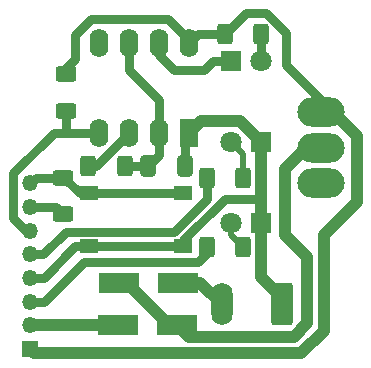
<source format=gbr>
%TF.GenerationSoftware,KiCad,Pcbnew,6.0.10-86aedd382b~118~ubuntu22.10.1*%
%TF.CreationDate,2023-01-05T18:01:41+01:00*%
%TF.ProjectId,fallschirmsystem_bedienfeld,66616c6c-7363-4686-9972-6d7379737465,rev?*%
%TF.SameCoordinates,Original*%
%TF.FileFunction,Copper,L2,Bot*%
%TF.FilePolarity,Positive*%
%FSLAX46Y46*%
G04 Gerber Fmt 4.6, Leading zero omitted, Abs format (unit mm)*
G04 Created by KiCad (PCBNEW 6.0.10-86aedd382b~118~ubuntu22.10.1) date 2023-01-05 18:01:41*
%MOMM*%
%LPD*%
G01*
G04 APERTURE LIST*
G04 Aperture macros list*
%AMRoundRect*
0 Rectangle with rounded corners*
0 $1 Rounding radius*
0 $2 $3 $4 $5 $6 $7 $8 $9 X,Y pos of 4 corners*
0 Add a 4 corners polygon primitive as box body*
4,1,4,$2,$3,$4,$5,$6,$7,$8,$9,$2,$3,0*
0 Add four circle primitives for the rounded corners*
1,1,$1+$1,$2,$3*
1,1,$1+$1,$4,$5*
1,1,$1+$1,$6,$7*
1,1,$1+$1,$8,$9*
0 Add four rect primitives between the rounded corners*
20,1,$1+$1,$2,$3,$4,$5,0*
20,1,$1+$1,$4,$5,$6,$7,0*
20,1,$1+$1,$6,$7,$8,$9,0*
20,1,$1+$1,$8,$9,$2,$3,0*%
G04 Aperture macros list end*
%TA.AperFunction,SMDPad,CuDef*%
%ADD10RoundRect,0.250000X-0.412500X-0.650000X0.412500X-0.650000X0.412500X0.650000X-0.412500X0.650000X0*%
%TD*%
%TA.AperFunction,SMDPad,CuDef*%
%ADD11R,1.550000X1.300000*%
%TD*%
%TA.AperFunction,ComponentPad*%
%ADD12R,1.350000X1.350000*%
%TD*%
%TA.AperFunction,ComponentPad*%
%ADD13O,1.350000X1.350000*%
%TD*%
%TA.AperFunction,SMDPad,CuDef*%
%ADD14RoundRect,0.250000X0.625000X-0.400000X0.625000X0.400000X-0.625000X0.400000X-0.625000X-0.400000X0*%
%TD*%
%TA.AperFunction,SMDPad,CuDef*%
%ADD15RoundRect,0.250000X-0.400000X-0.625000X0.400000X-0.625000X0.400000X0.625000X-0.400000X0.625000X0*%
%TD*%
%TA.AperFunction,SMDPad,CuDef*%
%ADD16RoundRect,0.250000X-0.625000X0.400000X-0.625000X-0.400000X0.625000X-0.400000X0.625000X0.400000X0*%
%TD*%
%TA.AperFunction,ComponentPad*%
%ADD17R,1.800000X1.800000*%
%TD*%
%TA.AperFunction,ComponentPad*%
%ADD18C,1.800000*%
%TD*%
%TA.AperFunction,ComponentPad*%
%ADD19O,4.000000X2.500000*%
%TD*%
%TA.AperFunction,ComponentPad*%
%ADD20RoundRect,0.250000X0.650000X1.550000X-0.650000X1.550000X-0.650000X-1.550000X0.650000X-1.550000X0*%
%TD*%
%TA.AperFunction,ComponentPad*%
%ADD21O,1.800000X3.600000*%
%TD*%
%TA.AperFunction,SMDPad,CuDef*%
%ADD22R,3.500000X1.800000*%
%TD*%
%TA.AperFunction,ComponentPad*%
%ADD23R,1.600000X2.400000*%
%TD*%
%TA.AperFunction,ComponentPad*%
%ADD24O,1.600000X2.400000*%
%TD*%
%TA.AperFunction,Conductor*%
%ADD25C,1.000000*%
%TD*%
%TA.AperFunction,Conductor*%
%ADD26C,0.750000*%
%TD*%
%TA.AperFunction,Conductor*%
%ADD27C,0.500000*%
%TD*%
G04 APERTURE END LIST*
D10*
%TO.P,C1,1*%
%TO.N,Net-(C1-Pad1)*%
X175856500Y-82296000D03*
%TO.P,C1,2*%
%TO.N,GND*%
X178981500Y-82296000D03*
%TD*%
D11*
%TO.P,SW2,2,2*%
%TO.N,Net-(J2-Pad8)*%
X178854000Y-84618000D03*
X170904000Y-84618000D03*
%TO.P,SW2,1,1*%
%TO.N,GND*%
X170904000Y-89118000D03*
X178854000Y-89118000D03*
%TD*%
D12*
%TO.P,J2,1,Pin_1*%
%TO.N,+12V*%
X165862000Y-97790000D03*
D13*
%TO.P,J2,2,Pin_2*%
%TO.N,/Batt+*%
X165862000Y-95790000D03*
%TO.P,J2,3,Pin_3*%
%TO.N,/Network_LED*%
X165862000Y-93790000D03*
%TO.P,J2,4,Pin_4*%
%TO.N,GND*%
X165862000Y-91790000D03*
%TO.P,J2,5,Pin_5*%
%TO.N,/GPS_LED*%
X165862000Y-89790000D03*
%TO.P,J2,6,Pin_6*%
%TO.N,/Boot_LED*%
X165862000Y-87790000D03*
%TO.P,J2,7,Pin_7*%
%TO.N,Net-(J2-Pad7)*%
X165862000Y-85790000D03*
%TO.P,J2,8,Pin_8*%
%TO.N,Net-(J2-Pad8)*%
X165862000Y-83790000D03*
%TD*%
D14*
%TO.P,R6,1*%
%TO.N,Net-(J2-Pad7)*%
X168656000Y-86386000D03*
%TO.P,R6,2*%
%TO.N,Net-(J2-Pad8)*%
X168656000Y-83286000D03*
%TD*%
D15*
%TO.P,R5,2*%
%TO.N,Net-(D5-Pad2)*%
X183922000Y-89154000D03*
%TO.P,R5,1*%
%TO.N,/Network_LED*%
X180822000Y-89154000D03*
%TD*%
%TO.P,R4,1*%
%TO.N,/GPS_LED*%
X180822000Y-83312000D03*
%TO.P,R4,2*%
%TO.N,Net-(D4-Pad2)*%
X183922000Y-83312000D03*
%TD*%
%TO.P,R3,1*%
%TO.N,+12V*%
X182346000Y-71120000D03*
%TO.P,R3,2*%
%TO.N,Net-(D3-Pad2)*%
X185446000Y-71120000D03*
%TD*%
%TO.P,R2,1*%
%TO.N,Net-(R2-Pad1)*%
X170789000Y-82296000D03*
%TO.P,R2,2*%
%TO.N,Net-(C1-Pad1)*%
X173889000Y-82296000D03*
%TD*%
D16*
%TO.P,R1,2*%
%TO.N,/Boot_LED*%
X168910000Y-77623000D03*
%TO.P,R1,1*%
%TO.N,+12V*%
X168910000Y-74523000D03*
%TD*%
D17*
%TO.P,D5,1,K*%
%TO.N,GND*%
X185420000Y-87122000D03*
D18*
%TO.P,D5,2,A*%
%TO.N,Net-(D5-Pad2)*%
X182880000Y-87122000D03*
%TD*%
%TO.P,D4,2,A*%
%TO.N,Net-(D4-Pad2)*%
X182880000Y-80264000D03*
D17*
%TO.P,D4,1,K*%
%TO.N,GND*%
X185420000Y-80264000D03*
%TD*%
%TO.P,D3,1,K*%
%TO.N,/DIS*%
X182880000Y-73406000D03*
D18*
%TO.P,D3,2,A*%
%TO.N,Net-(D3-Pad2)*%
X185420000Y-73406000D03*
%TD*%
D19*
%TO.P,SW1,1,A*%
%TO.N,unconnected-(SW1-Pad1)*%
X190500000Y-83772000D03*
%TO.P,SW1,2,B*%
%TO.N,Net-(D1-Pad1)*%
X190500000Y-80772000D03*
%TO.P,SW1,3,C*%
%TO.N,+12V*%
X190500000Y-77772000D03*
%TD*%
D20*
%TO.P,J1,1,Pin_1*%
%TO.N,GND*%
X187180500Y-93999500D03*
D21*
%TO.P,J1,2,Pin_2*%
%TO.N,Net-(D1-Pad2)*%
X182100500Y-93999500D03*
%TD*%
D22*
%TO.P,D2,1,K*%
%TO.N,Net-(D1-Pad1)*%
X178355000Y-95758000D03*
%TO.P,D2,2,A*%
%TO.N,/Batt+*%
X173355000Y-95758000D03*
%TD*%
D23*
%TO.P,U1,1,GND*%
%TO.N,GND*%
X179324000Y-79502000D03*
D24*
%TO.P,U1,2,TR*%
%TO.N,Net-(C1-Pad1)*%
X176784000Y-79502000D03*
%TO.P,U1,3,Q*%
%TO.N,Net-(R2-Pad1)*%
X174244000Y-79502000D03*
%TO.P,U1,4,R*%
%TO.N,/Boot_LED*%
X171704000Y-79502000D03*
%TO.P,U1,5,CV*%
%TO.N,unconnected-(U1-Pad5)*%
X171704000Y-71882000D03*
%TO.P,U1,6,THR*%
%TO.N,Net-(C1-Pad1)*%
X174244000Y-71882000D03*
%TO.P,U1,7,DIS*%
%TO.N,/DIS*%
X176784000Y-71882000D03*
%TO.P,U1,8,VCC*%
%TO.N,+12V*%
X179324000Y-71882000D03*
%TD*%
D22*
%TO.P,D1,1,K*%
%TO.N,Net-(D1-Pad1)*%
X173395000Y-92202000D03*
%TO.P,D1,2,A*%
%TO.N,Net-(D1-Pad2)*%
X178395000Y-92202000D03*
%TD*%
D25*
%TO.N,+12V*%
X190500000Y-77772000D02*
X191564000Y-77772000D01*
X190754000Y-96266000D02*
X188849000Y-98171000D01*
X188849000Y-98171000D02*
X166243000Y-98171000D01*
X191564000Y-77772000D02*
X193548000Y-79756000D01*
X193548000Y-79756000D02*
X193548000Y-85344000D01*
X190754000Y-88138000D02*
X190754000Y-96266000D01*
X193548000Y-85344000D02*
X190754000Y-88138000D01*
X166243000Y-98171000D02*
X165862000Y-97790000D01*
%TO.N,Net-(D1-Pad1)*%
X178355000Y-95758000D02*
X179371000Y-96774000D01*
X188214000Y-96774000D02*
X189357000Y-95631000D01*
X179371000Y-96774000D02*
X188214000Y-96774000D01*
X189357000Y-95631000D02*
X189357000Y-90043000D01*
X189357000Y-90043000D02*
X187452000Y-88138000D01*
X187452000Y-88138000D02*
X187452000Y-82550000D01*
X187452000Y-82550000D02*
X189230000Y-80772000D01*
X189230000Y-80772000D02*
X190500000Y-80772000D01*
D26*
%TO.N,+12V*%
X168910000Y-74523000D02*
X168910000Y-74041000D01*
X168910000Y-74041000D02*
X169672000Y-73279000D01*
X169672000Y-73279000D02*
X169672000Y-71247000D01*
X169672000Y-71247000D02*
X171069000Y-69850000D01*
X171069000Y-69850000D02*
X177546000Y-69850000D01*
X177546000Y-69850000D02*
X179324000Y-71628000D01*
X179324000Y-71628000D02*
X179324000Y-71882000D01*
%TO.N,/Boot_LED*%
X168910000Y-79248000D02*
X168910000Y-77623000D01*
X169164000Y-79502000D02*
X168910000Y-79248000D01*
%TO.N,+12V*%
X182346000Y-71120000D02*
X184124000Y-69342000D01*
X184124000Y-69342000D02*
X185859726Y-69342000D01*
X185859726Y-69342000D02*
X187579000Y-71061274D01*
X187579000Y-73787000D02*
X190500000Y-76708000D01*
X187579000Y-71061274D02*
X187579000Y-73787000D01*
X190500000Y-76708000D02*
X190500000Y-77772000D01*
%TO.N,Net-(J2-Pad8)*%
X168656000Y-83286000D02*
X168757000Y-83286000D01*
X168757000Y-83286000D02*
X170089000Y-84618000D01*
X170089000Y-84618000D02*
X170904000Y-84618000D01*
%TO.N,Net-(D3-Pad2)*%
X185420000Y-73406000D02*
X185420000Y-71146000D01*
D25*
%TO.N,Net-(D1-Pad1)*%
X173395000Y-92202000D02*
X174117000Y-92202000D01*
X174117000Y-92202000D02*
X177673000Y-95758000D01*
X177673000Y-95758000D02*
X178355000Y-95758000D01*
D26*
%TO.N,Net-(J2-Pad7)*%
X165862000Y-85790000D02*
X168060000Y-85790000D01*
X168060000Y-85790000D02*
X168656000Y-86386000D01*
%TO.N,Net-(J2-Pad8)*%
X165862000Y-83790000D02*
X166340000Y-83312000D01*
X166340000Y-83312000D02*
X168630000Y-83312000D01*
X168630000Y-83312000D02*
X168656000Y-83286000D01*
%TO.N,GND*%
X169708000Y-89118000D02*
X170904000Y-89118000D01*
X167036000Y-91790000D02*
X169708000Y-89118000D01*
X165862000Y-91790000D02*
X167036000Y-91790000D01*
%TO.N,Net-(J2-Pad8)*%
X170904000Y-84618000D02*
X178854000Y-84618000D01*
%TO.N,GND*%
X178854000Y-89118000D02*
X178854000Y-88608000D01*
X170904000Y-89118000D02*
X178854000Y-89118000D01*
X182372000Y-85090000D02*
X185420000Y-85090000D01*
X178854000Y-88608000D02*
X182372000Y-85090000D01*
%TO.N,/Network_LED*%
X180822000Y-89154000D02*
X180822000Y-89688000D01*
X180822000Y-89688000D02*
X180086000Y-90424000D01*
X180086000Y-90424000D02*
X170434000Y-90424000D01*
X170434000Y-90424000D02*
X167068000Y-93790000D01*
X167068000Y-93790000D02*
X165862000Y-93790000D01*
%TO.N,/Boot_LED*%
X169164000Y-79502000D02*
X167894000Y-79502000D01*
X167894000Y-79502000D02*
X164459000Y-82937000D01*
X164459000Y-82937000D02*
X164459000Y-86735000D01*
X165514000Y-87790000D02*
X165862000Y-87790000D01*
X164459000Y-86735000D02*
X165514000Y-87790000D01*
%TO.N,/GPS_LED*%
X167004000Y-89790000D02*
X165862000Y-89790000D01*
X180822000Y-83312000D02*
X180822000Y-85116000D01*
D25*
%TO.N,/Batt+*%
X165894000Y-95758000D02*
X165862000Y-95790000D01*
X173355000Y-95758000D02*
X165894000Y-95758000D01*
D26*
%TO.N,/GPS_LED*%
X180822000Y-85116000D02*
X178054000Y-87884000D01*
X178054000Y-87884000D02*
X168910000Y-87884000D01*
X168910000Y-87884000D02*
X167004000Y-89790000D01*
%TO.N,Net-(R2-Pad1)*%
X174244000Y-79502000D02*
X171450000Y-82296000D01*
X171450000Y-82296000D02*
X170789000Y-82296000D01*
%TO.N,Net-(C1-Pad1)*%
X173889000Y-82296000D02*
X175856500Y-82296000D01*
X175856500Y-82296000D02*
X176784000Y-81368500D01*
%TO.N,GND*%
X178981500Y-82296000D02*
X178981500Y-79844500D01*
%TO.N,Net-(C1-Pad1)*%
X176784000Y-81368500D02*
X176784000Y-79502000D01*
%TO.N,GND*%
X178981500Y-79844500D02*
X179324000Y-79502000D01*
%TO.N,/Boot_LED*%
X171704000Y-79502000D02*
X169164000Y-79502000D01*
%TO.N,Net-(C1-Pad1)*%
X174244000Y-71882000D02*
X174244000Y-74168000D01*
X174244000Y-74168000D02*
X176784000Y-76708000D01*
X176784000Y-76708000D02*
X176784000Y-79502000D01*
%TO.N,/DIS*%
X182880000Y-73406000D02*
X181356000Y-73406000D01*
X181356000Y-73406000D02*
X180594000Y-74168000D01*
X180594000Y-74168000D02*
X178054000Y-74168000D01*
X178054000Y-74168000D02*
X176784000Y-72898000D01*
X176784000Y-72898000D02*
X176784000Y-71882000D01*
%TO.N,+12V*%
X182346000Y-71120000D02*
X180086000Y-71120000D01*
X180086000Y-71120000D02*
X179324000Y-71882000D01*
D25*
%TO.N,GND*%
X185420000Y-85090000D02*
X185420000Y-87122000D01*
X185420000Y-80264000D02*
X185420000Y-85090000D01*
D27*
%TO.N,Net-(D4-Pad2)*%
X183922000Y-83312000D02*
X183922000Y-81306000D01*
X183922000Y-81306000D02*
X182880000Y-80264000D01*
%TO.N,Net-(D5-Pad2)*%
X182880000Y-87122000D02*
X182880000Y-88112000D01*
X182880000Y-88112000D02*
X183922000Y-89154000D01*
%TO.N,/DIS*%
X176784000Y-72644000D02*
X176784000Y-71882000D01*
D25*
%TO.N,GND*%
X179324000Y-78994000D02*
X179324000Y-79502000D01*
X179334000Y-78984000D02*
X179324000Y-78994000D01*
X185420000Y-80264000D02*
X183642000Y-78486000D01*
X180340000Y-78486000D02*
X179324000Y-79502000D01*
X183642000Y-78486000D02*
X180340000Y-78486000D01*
X185420000Y-90932000D02*
X185420000Y-87122000D01*
X187180500Y-93454500D02*
X185420000Y-91694000D01*
X185420000Y-91694000D02*
X185420000Y-90932000D01*
X187180500Y-93999500D02*
X187180500Y-93454500D01*
%TO.N,Net-(D1-Pad2)*%
X178395000Y-92202000D02*
X180303000Y-92202000D01*
X180303000Y-92202000D02*
X182100500Y-93999500D01*
%TD*%
M02*

</source>
